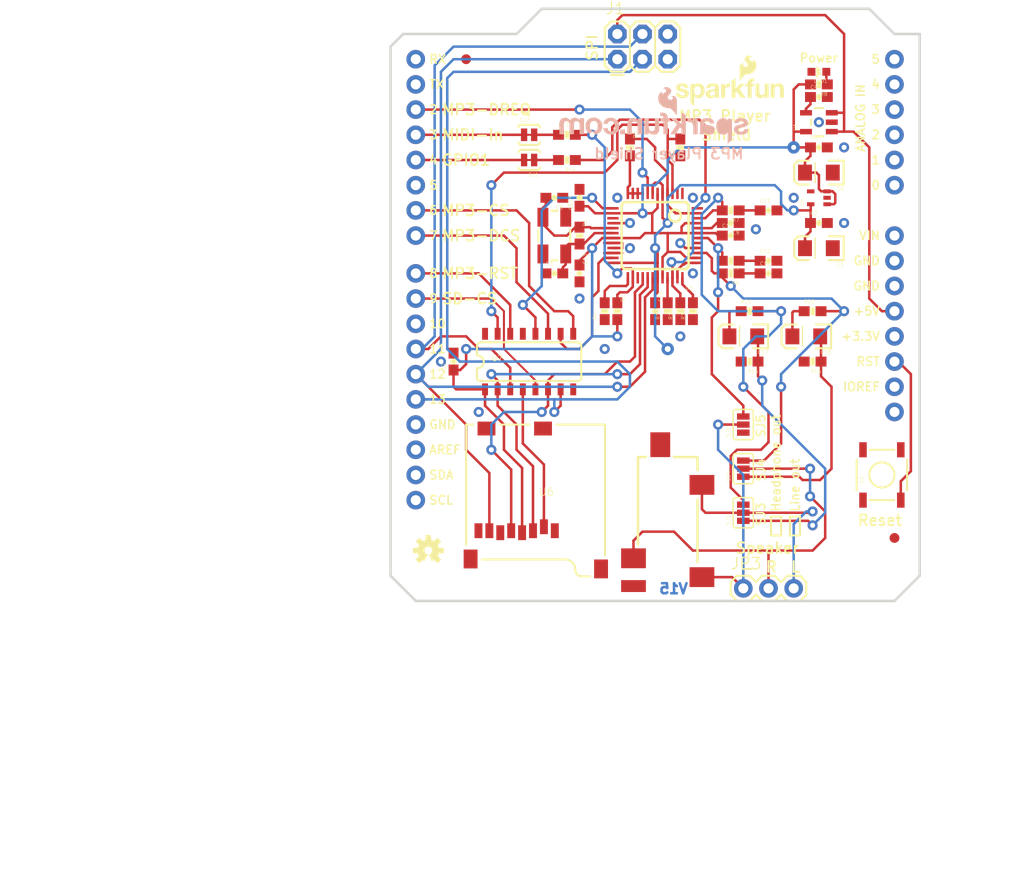
<source format=kicad_pcb>
(kicad_pcb (version 20211014) (generator pcbnew)
  (layers (0 "F.Cu" signal) (31 "B.Cu" signal) (34 "B.Paste" user) (35 "F.Paste" user) (36 "B.SilkS" user "B.Silkscreen") (37 "F.SilkS" user "F.Silkscreen") (38 "B.Mask" user) (39 "F.Mask" user) (44 "Edge.Cuts" user))
  (net 0 "")
  (net 1 "GND")
  (net 2 "VCC")
  (net 3 "N$6")
  (net 4 "N$9")
  (net 5 "N$10")
  (net 6 "MIDI-RX")
  (net 7 "LEFT")
  (net 8 "RIGHT")
  (net 9 "GBUF")
  (net 10 "RCAP")
  (net 11 "GPIO0")
  (net 12 "GPIO1")
  (net 13 "N$2")
  (net 14 "N$5")
  (net 15 "N$3")
  (net 16 "3.3V")
  (net 17 "1.8V")
  (net 18 "ARST")
  (net 19 "N$70")
  (net 20 "G1")
  (net 21 "G2")
  (net 22 "GPIO4")
  (net 23 "5V-MIDI-RX")
  (net 24 "N$8")
  (net 25 "SD-CS")
  (net 26 "MOSI")
  (net 27 "SCK")
  (net 28 "MISO")
  (net 29 "5V-MOSI")
  (net 30 "5V-SD-CS")
  (net 31 "5V-MP3-CS")
  (net 32 "5V-MP3-DCS")
  (net 33 "5V-SCK")
  (net 34 "MP3-CS")
  (net 35 "MP3-DCS")
  (net 36 "5V-MP3-RST")
  (net 37 "MP3-RST")
  (net 38 "N$4")
  (net 39 "MP3-DREQ")
  (net 40 "5V-GPIO1")
  (net 41 "SPKR-R")
  (net 42 "SPKR-L")
  (net 43 "N$17")
  (net 44 "N$19")
  (net 45 "N$12")
  (net 46 "N$13")
  (net 47 "N$14")
  (footprint "boardEagle:LED-0603" (layer "F.Cu") (at 165.0111 81.5086 90)
    (fp_text reference "LED1")
    (fp_text value "Power")
  )
  (footprint "boardEagle:0603-CAP" (layer "F.Cu") (at 148.5011 105.6386 -90)
    (fp_text reference "C16")
    (fp_text value "0.1uF")
  )
  (footprint "boardEagle:0603-RES" (layer "F.Cu") (at 140.8811 98.0186 -90)
    (fp_text reference "R1")
    (fp_text value "1M")
  )
  (footprint "boardEagle:SOT23-5" (layer "F.Cu") (at 165.0111 86.5886 90)
    (fp_text reference "U1")
    (fp_text value "3.3V")
  )
  (footprint "boardEagle:MICRO-SD-SOCKET-PP" (layer "F.Cu") (at 129.4511 117.0686 180)
    (fp_text reference "U6")
    (fp_text value "USD-SOCKET")
  )
  (footprint "boardEagle:LQFP-48" (layer "F.Cu") (at 148.5011 98.0186 180)
    (fp_text reference "U3")
    (fp_text value "VS1053")
  )
  (footprint "boardEagle:0603-CAP" (layer "F.Cu") (at 165.0111 89.1286)
    (fp_text reference "C5")
    (fp_text value "0.1uF")
  )
  (footprint "boardEagle:PAD-JUMPER-3-2OF3_NC_BY_PASTE_YES_SILK_FULL_BOX" (layer "F.Cu") (at 157.3911 121.5136 90)
    (fp_text reference "SJ4")
    (fp_text value "AC Coupling R")
  )
  (footprint "boardEagle:EIA3216" (layer "F.Cu") (at 157.3911 108.1786 180)
    (fp_text reference "C17")
    (fp_text value "10uF")
  )
  (footprint "boardEagle:0603-RES" (layer "F.Cu") (at 139.6111 87.8586)
    (fp_text reference "R13")
    (fp_text value "1K")
  )
  (footprint "boardEagle:CREATIVE_COMMONS" (layer "F.Cu") (at 102.7811 158.9786)
    (fp_text reference "FRAME1" hide)
    (fp_text value "FRAME-LEDGER" hide)
  )
  (footprint "boardEagle:TACTILE_SWITCH_SMD" (layer "F.Cu") (at 171.3611 122.1486 90)
    (fp_text reference "S2")
    (fp_text value "Reset")
  )
  (footprint "boardEagle:SJ_2S-TRACE" (layer "F.Cu") (at 135.8011 87.8586)
    (fp_text reference "SJ2")
    (fp_text value "NC")
  )
  (footprint "boardEagle:0603-RES" (layer "F.Cu") (at 149.7711 105.6386 90)
    (fp_text reference "R11")
    (fp_text value "100k")
  )
  (footprint "boardEagle:EIA3216" (layer "F.Cu") (at 165.0111 99.2886 180)
    (fp_text reference "C1")
    (fp_text value "10uF")
  )
  (footprint "boardEagle:SJ_2S-TRACE" (layer "F.Cu") (at 135.8011 90.3986 180)
    (fp_text reference "SJ1")
    (fp_text value "NC")
  )
  (footprint "boardEagle:CRYSTAL-SMD-5X3" (layer "F.Cu") (at 138.3411 98.0186 -90)
    (fp_text reference "Q1")
    (fp_text value "12.288MHz")
  )
  (footprint "boardEagle:0603-CAP" (layer "F.Cu") (at 159.9311 95.4786)
    (fp_text reference "C11")
    (fp_text value "10nF")
  )
  (footprint "boardEagle:0603-CAP" (layer "F.Cu") (at 159.9311 100.5586)
    (fp_text reference "C12")
    (fp_text value "47nF")
  )
  (footprint "boardEagle:1X03" (layer "F.Cu") (at 157.3911 133.5786)
    (fp_text reference "JP3")
    (fp_text value "Optional")
  )
  (footprint "boardEagle:AUDIO-JACK-3.5MM-SMD" (layer "F.Cu") (at 149.7711 134.8486 90)
    (fp_text reference "JP1" hide)
    (fp_text value "" hide)
  )
  (footprint "boardEagle:0603-RES" (layer "F.Cu") (at 151.0411 105.6386 90)
    (fp_text reference "R10")
    (fp_text value "100k")
  )
  (footprint "boardEagle:0603-RES" (layer "F.Cu") (at 158.0261 110.7186 180)
    (fp_text reference "R15")
    (fp_text value "10K")
  )
  (footprint "boardEagle:0603-CAP" (layer "F.Cu") (at 138.3411 94.2086 180)
    (fp_text reference "C8")
    (fp_text value "22pF")
  )
  (footprint "boardEagle:0603-RES" (layer "F.Cu") (at 145.9611 89.1286 -90)
    (fp_text reference "R3")
    (fp_text value "100k")
  )
  (footprint "boardEagle:0603-CAP" (layer "F.Cu") (at 165.0111 96.7486)
    (fp_text reference "C2")
    (fp_text value "0.1uF")
  )
  (footprint "boardEagle:0603-RES" (layer "F.Cu") (at 165.0111 82.7786 180)
    (fp_text reference "R8")
    (fp_text value "330")
  )
  (footprint "boardEagle:SFE_LOGO_NAME_FLAME_.1" (layer "F.Cu") (at 150.1521 85.0646)
    (fp_text reference "LOGO2" hide)
    (fp_text value "SFE_LOGO_NAME_FLAME.1_INCH" hide)
  )
  (footprint "boardEagle:0603-RES" (layer "F.Cu") (at 151.0411 89.1286 90)
    (fp_text reference "R5")
    (fp_text value "100k")
  )
  (footprint "boardEagle:0603-RES" (layer "F.Cu") (at 143.4211 105.6386 90)
    (fp_text reference "R4")
    (fp_text value "100k")
  )
  (footprint "boardEagle:0603-CAP" (layer "F.Cu") (at 156.1211 98.0186)
    (fp_text reference "C15")
    (fp_text value "0.1uF")
  )
  (footprint "boardEagle:FIDUCIAL-1X2" (layer "F.Cu") (at 129.4511 80.2386)
    (fp_text reference "U$4" hide)
    (fp_text value "FIDUCIAL1X2" hide)
  )
  (footprint "boardEagle:0603-CAP" (layer "F.Cu") (at 138.3411 101.8286)
    (fp_text reference "C3")
    (fp_text value "22pF")
  )
  (footprint "boardEagle:0603-RES" (layer "F.Cu") (at 144.6911 105.6386 -90)
    (fp_text reference "R2")
    (fp_text value "100k")
  )
  (footprint "boardEagle:0603-RES" (layer "F.Cu") (at 158.0261 105.6386)
    (fp_text reference "R21")
    (fp_text value "470")
  )
  (footprint "boardEagle:0603-RES" (layer "F.Cu") (at 156.1211 101.8286 180)
    (fp_text reference "R6")
    (fp_text value "20")
  )
  (footprint "boardEagle:0603-RES" (layer "F.Cu") (at 164.3761 105.6386)
    (fp_text reference "R22")
    (fp_text value "470")
  )
  (footprint "boardEagle:SC70" (layer "F.Cu") (at 165.0111 94.2086 90)
    (fp_text reference "U4")
    (fp_text value "1.8V")
  )
  (footprint "boardEagle:0603-RES" (layer "F.Cu") (at 164.3761 110.7186 180)
    (fp_text reference "R16")
    (fp_text value "10K")
  )
  (footprint "boardEagle:EIA3216" (layer "F.Cu") (at 165.0111 91.6686 180)
    (fp_text reference "C6")
    (fp_text value "10uF")
  )
  (footprint "boardEagle:0603-RES" (layer "F.Cu") (at 156.1211 100.5586 180)
    (fp_text reference "R9")
    (fp_text value "10")
  )
  (footprint "boardEagle:PAD-JUMPER-3-2OF3_NC_BY_PASTE_YES_SILK_FULL_BOX" (layer "F.Cu") (at 157.3911 117.0686 90)
    (fp_text reference "SJ5")
    (fp_text value "AC Coupling Gnd")
  )
  (footprint "boardEagle:SO016" (layer "F.Cu") (at 135.8011 110.7186)
    (fp_text reference "U7")
    (fp_text value "74HC4050 LVL CONVERTER")
  )
  (footprint "boardEagle:0603-RES" (layer "F.Cu") (at 152.3111 105.6386 90)
    (fp_text reference "R12")
    (fp_text value "100k")
  )
  (footprint "boardEagle:REVISION" (layer "F.Cu") (at 114.2111 162.7886)
    (fp_text reference "U$1" hide)
    (fp_text value "REVISION" hide)
  )
  (footprint "boardEagle:0603-CAP" (layer "F.Cu") (at 156.1211 96.7486 180)
    (fp_text reference "C9")
    (fp_text value "1.0uF")
  )
  (footprint "boardEagle:PAD-JUMPER-3-2OF3_NC_BY_PASTE_YES_SILK_FULL_BOX" (layer "F.Cu") (at 157.3911 125.9586 90)
    (fp_text reference "SJ3")
    (fp_text value "AC Coupling L")
  )
  (footprint "boardEagle:0603-CAP" (layer "F.Cu") (at 165.0111 84.0486)
    (fp_text reference "C4")
    (fp_text value "470pF")
  )
  (footprint "boardEagle:0603-CAP" (layer "F.Cu") (at 140.8811 94.2086 90)
    (fp_text reference "C14")
    (fp_text value "0.1uF")
  )
  (footprint "boardEagle:EIA3216" (layer "F.Cu") (at 163.7411 108.1786 180)
    (fp_text reference "C18")
    (fp_text value "10uF")
  )
  (footprint "boardEagle:0603-RES" (layer "F.Cu") (at 139.6111 90.3986 180)
    (fp_text reference "R14")
    (fp_text value "1K")
  )
  (footprint "boardEagle:0603-CAP" (layer "F.Cu") (at 128.1811 110.7186 90)
    (fp_text reference "C7")
    (fp_text value "0.1uF")
  )
  (footprint "boardEagle:2X3" (layer "F.Cu") (at 144.6911 80.2386)
    (fp_text reference "J1")
    (fp_text value "ISP/SPI")
  )
  (footprint "boardEagle:UNO_R3_SHIELD" (layer "F.Cu") (at 121.8311 134.8486)
    (fp_text reference "U2" hide)
    (fp_text value "ARDUINO_R3_SHIELD" hide)
  )
  (footprint "boardEagle:0603-CAP" (layer "F.Cu") (at 159.9311 101.8286)
    (fp_text reference "C10")
    (fp_text value "10nF")
  )
  (footprint "boardEagle:0603-CAP" (layer "F.Cu") (at 140.8811 101.8286 -90)
    (fp_text reference "C13")
    (fp_text value "0.1uF")
  )
  (footprint "boardEagle:0603-RES" (layer "F.Cu") (at 156.1211 95.4786 180)
    (fp_text reference "R7")
    (fp_text value "20")
  )
  (footprint "boardEagle:OSHW-LOGO-S" (layer "F.Cu") (at 125.6411 129.7686)
    (fp_text reference "LOGO1" hide)
    (fp_text value "OSHW-LOGOS" hide)
  )
  (footprint "boardEagle:FIDUCIAL-1X2" (layer "F.Cu") (at 172.6311 128.4986)
    (fp_text reference "U$5" hide)
    (fp_text value "FIDUCIAL1X2" hide)
  )
  (footprint "boardEagle:SFE-NEW-WEBLOGO" (layer "B.Cu") (at 157.8991 88.7476 180)
    (fp_text reference "U$8" hide)
    (fp_text value "LOGO-SFENEW" hide)
  )
  (footprint "boardEagle:PAD.03X.05" (layer "B.Cu") (at 149.7711 109.4486 180)
    (fp_text reference "TP2" hide)
    (fp_text value "" hide)
  )
  (footprint "boardEagle:PAD.03X.05" (layer "B.Cu") (at 162.4711 89.1286 180)
    (fp_text reference "TP1" hide)
    (fp_text value "" hide)
  )
  (gr_line (start 162.0901 126.3396) (end 162.0901 128.2446) (layer "F.SilkS") (width 0.2032))
  (gr_line (start 161.2011 126.3396) (end 160.1851 126.3396) (layer "F.SilkS") (width 0.2032))
  (gr_line (start 163.1061 126.3396) (end 162.0901 126.3396) (layer "F.SilkS") (width 0.2032))
  (gr_line (start 161.2011 128.2446) (end 161.2011 126.3396) (layer "F.SilkS") (width 0.2032))
  (gr_line (start 160.1851 126.3396) (end 160.1851 128.2446) (layer "F.SilkS") (width 0.2032))
  (gr_line (start 160.1851 128.2446) (end 161.2011 128.2446) (layer "F.SilkS") (width 0.2032))
  (gr_line (start 163.1061 128.2446) (end 163.1061 126.3396) (layer "F.SilkS") (width 0.2032))
  (gr_line (start 162.0901 128.2446) (end 163.1061 128.2446) (layer "F.SilkS") (width 0.2032))
  (gr_line (start 121.8311 132.3086) (end 121.8311 78.9686) (layer "Edge.Cuts") (width 0.254))
  (gr_line (start 175.1711 77.6986) (end 175.1711 132.3086) (layer "Edge.Cuts") (width 0.254))
  (gr_line (start 175.1711 132.3086) (end 172.6311 134.8486) (layer "Edge.Cuts") (width 0.254))
  (gr_line (start 172.6311 134.8486) (end 124.3711 134.8486) (layer "Edge.Cuts") (width 0.254))
  (gr_line (start 170.0911 75.1586) (end 172.6311 77.6986) (layer "Edge.Cuts") (width 0.254))
  (gr_line (start 134.5311 77.6986) (end 137.0711 75.1586) (layer "Edge.Cuts") (width 0.254))
  (gr_line (start 124.3711 134.8486) (end 121.8311 132.3086) (layer "Edge.Cuts") (width 0.254))
  (gr_line (start 137.0711 75.1586) (end 170.0911 75.1586) (layer "Edge.Cuts") (width 0.254))
  (gr_line (start 172.6311 77.6986) (end 175.1711 77.6986) (layer "Edge.Cuts") (width 0.254))
  (gr_line (start 123.1011 77.6986) (end 134.5311 77.6986) (layer "Edge.Cuts") (width 0.254))
  (gr_line (start 121.8311 78.9686) (end 123.1011 77.6986) (layer "Edge.Cuts") (width 0.254))
  (gr_text "V15" (at 151.9301 134.2136) (layer "B.Cu") (effects (font (size 1.016 1.016) (thickness 0.254)) (justify left bottom mirror)))
  (gr_text "MP3 Player Shield" (at 157.5181 90.3986) (layer "B.SilkS") (effects (font (size 1.0795 1.0795) (thickness 0.1905)) (justify left bottom mirror)))
  (gr_text "SD-CS" (at 126.9111 105.0036) (layer "F.SilkS") (effects (font (size 1.0795 1.0795) (thickness 0.1905)) (justify left bottom)))
  (gr_text "MP3-DCS" (at 126.9111 98.6536) (layer "F.SilkS") (effects (font (size 1.0795 1.0795) (thickness 0.1905)) (justify left bottom)))
  (gr_text "Power" (at 162.9791 80.6196) (layer "F.SilkS") (effects (font (size 0.8636 0.8636) (thickness 0.1524)) (justify left bottom)))
  (gr_text "SPI" (at 142.7861 80.4926 90) (layer "F.SilkS") (effects (font (size 1.0795 1.0795) (thickness 0.1905)) (justify left bottom)))
  (gr_text "SJ3" (at 158.6611 126.0856 90) (layer "F.SilkS") (effects (font (size 0.8636 0.8636) (thickness 0.1524)) (justify top)))
  (gr_text "Shield" (at 153.0731 88.4936) (layer "F.SilkS") (effects (font (size 1.0795 1.0795) (thickness 0.1905)) (justify left bottom)))
  (gr_text "MP3-CS" (at 126.9111 96.1136) (layer "F.SilkS") (effects (font (size 1.0795 1.0795) (thickness 0.1905)) (justify left bottom)))
  (gr_text "L" (at 162.0901 132.0546) (layer "F.SilkS") (effects (font (size 1.0795 1.0795) (thickness 0.1905)) (justify left bottom)))
  (gr_text "Speaker" (at 156.5021 130.1496) (layer "F.SilkS") (effects (font (size 1.0795 1.0795) (thickness 0.1905)) (justify left bottom)))
  (gr_text "GPIO1" (at 126.9111 91.0336) (layer "F.SilkS") (effects (font (size 1.0795 1.0795) (thickness 0.1905)) (justify left bottom)))
  (gr_text "MIDI-In" (at 126.9111 88.4936) (layer "F.SilkS") (effects (font (size 1.0795 1.0795) (thickness 0.1905)) (justify left bottom)))
  (gr_text "R" (at 159.5501 132.0546) (layer "F.SilkS") (effects (font (size 1.0795 1.0795) (thickness 0.1905)) (justify left bottom)))
  (gr_text "Line out" (at 162.0901 125.9586 90) (layer "F.SilkS") (effects (font (size 0.8636 0.8636) (thickness 0.1524)) (justify left top)))
  (gr_text "Headphone out" (at 160.1851 125.9586 90) (layer "F.SilkS") (effects (font (size 0.8636 0.8636) (thickness 0.1524)) (justify left top)))
  (gr_text "MP3 Player" (at 150.7871 86.5886) (layer "F.SilkS") (effects (font (size 1.0795 1.0795) (thickness 0.1905)) (justify left bottom)))
  (gr_text "-" (at 157.0101 132.1816) (layer "F.SilkS") (effects (font (size 1.0795 1.0795) (thickness 0.1905)) (justify left bottom)))
  (gr_text "SJ4" (at 158.6611 121.6406 90) (layer "F.SilkS") (effects (font (size 0.8636 0.8636) (thickness 0.1524)) (justify top)))
  (gr_text "Reset" (at 168.8211 127.3556) (layer "F.SilkS") (effects (font (size 1.0795 1.0795) (thickness 0.1905)) (justify left bottom)))
  (gr_text "SJ5" (at 158.6611 117.1956 90) (layer "F.SilkS") (effects (font (size 0.8636 0.8636) (thickness 0.1524)) (justify top)))
  (gr_text "MP3-RST" (at 126.9111 102.4636) (layer "F.SilkS") (effects (font (size 1.0795 1.0795) (thickness 0.1905)) (justify left bottom)))
  (gr_text "MP3-DREQ" (at 126.9111 85.9536) (layer "F.SilkS") (effects (font (size 1.0795 1.0795) (thickness 0.1905)) (justify left bottom)))
  (segment (start 147.6511 88.2786) (end 148.5011 89.1286) (width 0.254) (layer "F.Cu") (net 1))
  (segment (start 145.9611 88.2786) (end 147.6511 88.2786) (width 0.254) (layer "F.Cu") (net 1))
  (segment (start 152.7511 99.2686) (end 151.5491 99.2686) (width 0.254) (layer "F.Cu") (net 1))
  (segment (start 152.7511 100.7686) (end 151.5931 100.7686) (width 0.254) (layer "F.Cu") (net 1))
  (segment (start 145.1791 99.2686) (end 145.1791 98.7606) (width 0.254) (layer "F.Cu") (net 1))
  (segment (start 145.1791 98.7606) (end 143.3621 98.7606) (width 0.254) (layer "F.Cu") (net 1))
  (segment (start 144.2511 96.7686) (end 145.9411 96.7686) (width 0.254) (layer "F.Cu") (net 1))
  (segment (start 143.3621 99.7766) (end 145.1791 99.7766) (width 0.254) (layer "F.Cu") (net 1))
  (segment (start 144.2511 99.2686) (end 145.1791 99.2686) (width 0.254) (layer "F.Cu") (net 1))
  (segment (start 151.0611 98.7806) (end 151.5491 99.2686) (width 0.254) (layer "F.Cu") (net 1))
  (segment (start 149.7511 93.7686) (end 149.7511 91.6486) (width 0.254) (layer "F.Cu") (net 1))
  (segment (start 149.7511 94.9506) (end 150.5691 95.7686) (width 0.254) (layer "F.Cu") (net 1))
  (segment (start 149.7511 94.9506) (end 149.7511 93.7686) (width 0.254) (layer "F.Cu") (net 1))
  (segment (start 145.1791 99.2686) (end 145.1991 99.2886) (width 0.254) (layer "F.Cu") (net 1))
  (segment (start 151.5931 100.7686) (end 151.4221 100.9396) (width 0.254) (layer "F.Cu") (net 1))
  (segment (start 151.0411 98.7806) (end 151.0611 98.7806) (width 0.254) (layer "F.Cu") (net 1))
  (segment (start 148.5011 90.3986) (end 148.5011 89.1286) (width 0.254) (layer "F.Cu") (net 1))
  (segment (start 150.7511 102.2686) (end 150.7511 101.4836) (width 0.254) (layer "F.Cu") (net 1))
  (segment (start 150.5691 95.7686) (end 152.7511 95.7686) (width 0.254) (layer "F.Cu") (net 1))
  (segment (start 145.9411 96.7686) (end 145.9611 96.7486) (width 0.254) (layer "F.Cu") (net 1))
  (segment (start 149.7511 91.6486) (end 148.5011 90.3986) (width 0.254) (layer "F.Cu") (net 1))
  (segment (start 150.7511 101.4836) (end 151.4221 100.8126) (width 0.254) (layer "F.Cu") (net 1))
  (via (at 145.9611 99.2886) (size 1.016) (drill 0.508) (layers "F.Cu" "B.Cu") (net 1))
  (via (at 158.6611 97.3836) (size 1.016) (drill 0.508) (layers "F.Cu" "B.Cu") (net 1))
  (via (at 143.4211 109.4486) (size 1.016) (drill 0.508) (layers "F.Cu" "B.Cu") (net 1))
  (via (at 151.0411 108.1786) (size 1.016) (drill 0.508) (layers "F.Cu" "B.Cu") (net 1))
  (via (at 167.5511 96.7486) (size 1.016) (drill 0.508) (layers "F.Cu" "B.Cu") (net 1))
  (via (at 162.4711 94.2086) (size 1.016) (drill 0.508) (layers "F.Cu" "B.Cu") (net 1))
  (via (at 152.3111 101.8286) (size 1.016) (drill 0.508) (layers "F.Cu" "B.Cu") (net 1))
  (via (at 151.0411 98.7806) (size 1.016) (drill 0.508) (layers "F.Cu" "B.Cu") (net 1))
  (via (at 165.0111 86.5886) (size 1.016) (drill 0.508) (layers "F.Cu" "B.Cu") (net 1))
  (via (at 140.8811 104.3686) (size 1.016) (drill 0.508) (layers "F.Cu" "B.Cu") (net 1))
  (via (at 130.7211 115.7986) (size 1.016) (drill 0.508) (layers "F.Cu" "B.Cu") (net 1))
  (via (at 152.3111 94.2086) (size 1.016) (drill 0.508) (layers "F.Cu" "B.Cu") (net 1))
  (via (at 145.9611 96.7486) (size 1.016) (drill 0.508) (layers "F.Cu" "B.Cu") (net 1))
  (via (at 167.5511 89.1286) (size 1.016) (drill 0.508) (layers "F.Cu" "B.Cu") (net 1))
  (via (at 144.6911 94.2086) (size 1.016) (drill 0.508) (layers "F.Cu" "B.Cu") (net 1))
  (via (at 126.9111 110.7186) (size 1.016) (drill 0.508) (layers "F.Cu" "B.Cu") (net 1))
  (segment (start 170.0911 89.1286) (end 168.5011 87.5386) (width 0.254) (layer "F.Cu") (net 2))
  (segment (start 165.6461 75.7936) (end 167.5511 77.6986) (width 0.254) (layer "F.Cu") (net 2))
  (segment (start 144.6911 77.6986) (end 144.6911 76.3016) (width 0.254) (layer "F.Cu") (net 2))
  (segment (start 170.0911 104.3686) (end 170.0911 89.1286) (width 0.254) (layer "F.Cu") (net 2))
  (segment (start 145.1991 75.7936) (end 165.6461 75.7936) (width 0.254) (layer "F.Cu") (net 2))
  (segment (start 166.3112 87.5386) (end 167.5511 87.5386) (width 0.254) (layer "F.Cu") (net 2))
  (segment (start 167.5511 87.5386) (end 168.5011 87.5386) (width 0.254) (layer "F.Cu") (net 2))
  (segment (start 171.3611 105.6386) (end 170.0911 104.3686) (width 0.254) (layer "F.Cu") (net 2))
  (segment (start 144.6911 76.3016) (end 145.1991 75.7936) (width 0.254) (layer "F.Cu") (net 2))
  (segment (start 167.4851 85.6386) (end 167.5511 85.5726) (width 0.254) (layer "F.Cu") (net 2))
  (segment (start 171.3611 105.6386) (end 172.6311 105.6386) (width 0.254) (layer "F.Cu") (net 2))
  (segment (start 167.5511 85.5726) (end 167.5511 87.5386) (width 0.254) (layer "F.Cu") (net 2))
  (segment (start 166.3112 85.6386) (end 167.4851 85.6386) (width 0.254) (layer "F.Cu") (net 2))
  (segment (start 167.5511 77.6986) (end 167.5511 85.5726) (width 0.254) (layer "F.Cu") (net 2))
  (segment (start 165.7611 82.6786) (end 165.8611 82.7786) (width 0.254) (layer "F.Cu") (net 3))
  (segment (start 165.7611 81.5086) (end 165.7611 82.6786) (width 0.254) (layer "F.Cu") (net 3))
  (segment (start 140.8811 98.8686) (end 141.3011 98.8686) (width 0.254) (layer "F.Cu") (net 4))
  (segment (start 139.1911 101.2326) (end 139.4911 100.9326) (width 0.254) (layer "F.Cu") (net 4))
  (segment (start 141.3011 98.8686) (end 142.4011 97.7686) (width 0.254) (layer "F.Cu") (net 4))
  (segment (start 140.8811 98.8686) (end 139.7771 98.8686) (width 0.254) (layer "F.Cu") (net 4))
  (segment (start 139.4911 99.8686) (end 139.4911 99.1546) (width 0.254) (layer "F.Cu") (net 4))
  (segment (start 139.7771 98.8686) (end 139.4911 99.1546) (width 0.254) (layer "F.Cu") (net 4))
  (segment (start 139.4911 99.8686) (end 139.4911 100.9326) (width 0.254) (layer "F.Cu") (net 4))
  (segment (start 139.1911 101.8286) (end 139.1911 101.2326) (width 0.254) (layer "F.Cu") (net 4))
  (segment (start 144.2511 97.7686) (end 142.4011 97.7686) (width 0.254) (layer "F.Cu") (net 4))
  (segment (start 139.6111 98.0186) (end 138.3411 98.0186) (width 0.254) (layer "F.Cu") (net 5))
  (segment (start 140.8811 97.1686) (end 141.9361 97.1686) (width 0.254) (layer "F.Cu") (net 5))
  (segment (start 137.1911 96.1686) (end 137.1911 96.8686) (width 0.254) (layer "F.Cu") (net 5))
  (segment (start 137.1911 96.8686) (end 138.3411 98.0186) (width 0.254) (layer "F.Cu") (net 5))
  (segment (start 137.4911 94.2086) (end 137.4911 94.9316) (width 0.254) (layer "F.Cu") (net 5))
  (segment (start 137.1911 96.1686) (end 137.1911 95.2316) (width 0.254) (layer "F.Cu") (net 5))
  (segment (start 144.2511 97.2686) (end 142.0361 97.2686) (width 0.254) (layer "F.Cu") (net 5))
  (segment (start 137.1911 95.2316) (end 137.4911 94.9316) (width 0.254) (layer "F.Cu") (net 5))
  (segment (start 140.8811 97.1686) (end 140.4611 97.1686) (width 0.254) (layer "F.Cu") (net 5))
  (segment (start 140.4611 97.1686) (end 139.6111 98.0186) (width 0.254) (layer "F.Cu") (net 5))
  (segment (start 141.9361 97.1686) (end 142.0361 97.2686) (width 0.254) (layer "F.Cu") (net 5))
  (segment (start 146.2511 102.2686) (end 146.2511 101.4836) (width 0.254) (layer "F.Cu") (net 6))
  (segment (start 145.7071 103.7336) (end 144.9451 103.7336) (width 0.254) (layer "F.Cu") (net 6))
  (segment (start 140.4611 87.8586) (end 142.1511 87.8586) (width 0.254) (layer "F.Cu") (net 6))
  (segment (start 145.1991 101.3206) (end 144.6911 101.8286) (width 0.254) (layer "F.Cu") (net 6))
  (segment (start 144.6911 103.9876) (end 144.6911 104.7886) (width 0.254) (layer "F.Cu") (net 6))
  (segment (start 146.2511 102.2686) (end 146.2511 103.1896) (width 0.254) (layer "F.Cu") (net 6))
  (segment (start 144.9451 103.7336) (end 144.6911 103.9876) (width 0.254) (layer "F.Cu") (net 6))
  (segment (start 146.2511 101.4836) (end 146.0881 101.3206) (width 0.254) (layer "F.Cu") (net 6))
  (segment (start 146.2511 103.1896) (end 145.7071 103.7336) (width 0.254) (layer "F.Cu") (net 6))
  (segment (start 146.0881 101.3206) (end 145.1991 101.3206) (width 0.254) (layer "F.Cu") (net 6))
  (via (at 144.6911 101.8286) (size 1.016) (drill 0.508) (layers "F.Cu" "B.Cu") (net 6))
  (via (at 142.1511 87.8586) (size 1.016) (drill 0.508) (layers "F.Cu" "B.Cu") (net 6))
  (segment (start 143.4211 89.1286) (end 142.1511 87.8586) (width 0.254) (layer "B.Cu") (net 6))
  (segment (start 143.4211 100.5586) (end 143.4211 89.1286) (width 0.254) (layer "B.Cu") (net 6))
  (segment (start 144.6911 101.8286) (end 143.4211 100.5586) (width 0.254) (layer "B.Cu") (net 6))
  (segment (start 159.9311 115.7986) (end 157.3911 113.2586) (width 0.254) (layer "F.Cu") (net 7))
  (segment (start 156.7561 119.6086) (end 159.1691 119.6086) (width 0.254) (layer "F.Cu") (net 7))
  (segment (start 153.5531 96.2686) (end 154.3431 95.4786) (width 0.254) (layer "F.Cu") (net 7))
  (segment (start 155.2711 94.6286) (end 154.8511 94.2086) (width 0.254) (layer "F.Cu") (net 7))
  (segment (start 159.9311 118.8466) (end 159.9311 115.7986) (width 0.254) (layer "F.Cu") (net 7))
  (segment (start 159.1691 119.6086) (end 159.9311 118.8466) (width 0.254) (layer "F.Cu") (net 7))
  (segment (start 152.7511 96.2686) (end 153.5531 96.2686) (width 0.254) (layer "F.Cu") (net 7))
  (segment (start 157.3911 124.6886) (end 156.1211 123.4186) (width 0.254) (layer "F.Cu") (net 7))
  (segment (start 154.3431 95.4786) (end 155.2711 95.4786) (width 0.254) (layer "F.Cu") (net 7))
  (segment (start 156.1211 120.2436) (end 156.7561 119.6086) (width 0.254) (layer "F.Cu") (net 7))
  (segment (start 155.2711 95.4786) (end 155.2711 94.6286) (width 0.254) (layer "F.Cu") (net 7))
  (segment (start 156.1211 123.4186) (end 156.1211 120.2436) (width 0.254) (layer "F.Cu") (net 7))
  (segment (start 157.3911 125.1458) (end 157.3911 124.6886) (width 0.254) (layer "F.Cu") (net 7))
  (segment (start 161.2011 105.6386) (end 158.8761 105.6386) (width 0.254) (layer "F.Cu") (net 7))
  (via (at 154.8511 94.2086) (size 1.016) (drill 0.508) (layers "F.Cu" "B.Cu") (net 7))
  (via (at 161.2011 105.6386) (size 1.016) (drill 0.508) (layers "F.Cu" "B.Cu") (net 7))
  (via (at 157.3911 113.2586) (size 1.016) (drill 0.508) (layers "F.Cu" "B.Cu") (net 7))
  (segment (start 159.9311 108.1786) (end 161.2011 106.9086) (width 0.254) (layer "B.Cu") (net 7))
  (segment (start 153.2001 95.8596) (end 154.8511 94.2086) (width 0.254) (layer "B.Cu") (net 7))
  (segment (start 161.2011 106.9086) (end 161.2011 105.6386) (width 0.254) (layer "B.Cu") (net 7))
  (segment (start 157.3911 109.4486) (end 158.6611 108.1786) (width 0.254) (layer "B.Cu") (net 7))
  (segment (start 157.3911 113.2586) (end 157.3911 109.4486) (width 0.254) (layer "B.Cu") (net 7))
  (segment (start 153.2001 103.9876) (end 154.8511 105.6386) (width 0.254) (layer "B.Cu") (net 7))
  (segment (start 158.6611 108.1786) (end 159.9311 108.1786) (width 0.254) (layer "B.Cu") (net 7))
  (segment (start 153.2001 103.9876) (end 153.2001 95.8596) (width 0.254) (layer "B.Cu") (net 7))
  (segment (start 154.8511 105.6386) (end 161.2011 105.6386) (width 0.254) (layer "B.Cu") (net 7))
  (segment (start 157.3911 120.7008) (end 159.4739 120.7008) (width 0.254) (layer "F.Cu") (net 8))
  (segment (start 154.2161 101.5746) (end 154.4701 101.8286) (width 0.254) (layer "F.Cu") (net 8))
  (segment (start 152.7511 99.7686) (end 153.6801 99.7686) (width 0.254) (layer "F.Cu") (net 8))
  (segment (start 154.4701 101.8286) (end 155.2711 101.8286) (width 0.254) (layer "F.Cu") (net 8))
  (segment (start 154.2161 100.3046) (end 154.2161 101.5746) (width 0.254) (layer "F.Cu") (net 8))
  (segment (start 161.2011 118.9736) (end 161.2011 113.2586) (width 0.254) (layer "F.Cu") (net 8))
  (segment (start 167.5511 105.6386) (end 165.2261 105.6386) (width 0.254) (layer "F.Cu") (net 8))
  (segment (start 159.4739 120.7008) (end 161.2011 118.9736) (width 0.254) (layer "F.Cu") (net 8))
  (segment (start 155.2711 102.2486) (end 156.1211 103.0986) (width 0.254) (layer "F.Cu") (net 8))
  (segment (start 154.2161 100.3046) (end 153.6801 99.7686) (width 0.254) (layer "F.Cu") (net 8))
  (segment (start 155.2711 101.8286) (end 155.2711 102.2486) (width 0.254) (layer "F.Cu") (net 8))
  (via (at 161.2011 113.2586) (size 1.016) (drill 0.508) (layers "F.Cu" "B.Cu") (net 8))
  (via (at 167.5511 105.6386) (size 1.016) (drill 0.508) (layers "F.Cu" "B.Cu") (net 8))
  (via (at 156.1211 103.0986) (size 1.016) (drill 0.508) (layers "F.Cu" "B.Cu") (net 8))
  (segment (start 161.2011 111.9886) (end 167.5511 105.6386) (width 0.254) (layer "B.Cu") (net 8))
  (segment (start 156.1211 103.0986) (end 157.3911 104.3686) (width 0.254) (layer "B.Cu") (net 8))
  (segment (start 166.2811 104.3686) (end 167.5511 105.6386) (width 0.254) (layer "B.Cu") (net 8))
  (segment (start 161.2011 113.2586) (end 161.2011 111.9886) (width 0.254) (layer "B.Cu") (net 8))
  (segment (start 157.3911 104.3686) (end 166.2811 104.3686) (width 0.254) (layer "B.Cu") (net 8))
  (segment (start 152.7511 98.2686) (end 153.8311 98.2686) (width 0.254) (layer "F.Cu") (net 9))
  (segment (start 154.8511 103.7336) (end 154.8511 105.6386) (width 0.254) (layer "F.Cu") (net 9))
  (segment (start 157.3911 116.2558) (end 157.3911 115.1636) (width 0.254) (layer "F.Cu") (net 9))
  (segment (start 154.2161 106.2736) (end 154.2161 111.9886) (width 0.254) (layer "F.Cu") (net 9))
  (segment (start 155.2711 99.7086) (end 154.8511 99.2886) (width 0.254) (layer "F.Cu") (net 9))
  (segment (start 153.8311 98.2686) (end 154.8511 99.2886) (width 0.254) (layer "F.Cu") (net 9))
  (segment (start 155.2711 100.5586) (end 155.2711 99.7086) (width 0.254) (layer "F.Cu") (net 9))
  (segment (start 157.3911 115.1636) (end 154.2161 111.9886) (width 0.254) (layer "F.Cu") (net 9))
  (segment (start 154.8511 105.6386) (end 154.2161 106.2736) (width 0.254) (layer "F.Cu") (net 9))
  (via (at 154.8511 103.7336) (size 1.016) (drill 0.508) (layers "F.Cu" "B.Cu") (net 9))
  (via (at 154.8511 99.2886) (size 1.016) (drill 0.508) (layers "F.Cu" "B.Cu") (net 9))
  (segment (start 154.8511 103.7336) (end 154.8511 99.2886) (width 0.254) (layer "B.Cu") (net 9))
  (segment (start 154.7241 96.7486) (end 155.2711 96.7486) (width 0.254) (layer "F.Cu") (net 10))
  (segment (start 152.7511 97.2686) (end 154.2041 97.2686) (width 0.254) (layer "F.Cu") (net 10))
  (segment (start 154.2041 97.2686) (end 154.7241 96.7486) (width 0.254) (layer "F.Cu") (net 10))
  (segment (start 149.7511 104.7686) (end 149.7711 104.7886) (width 0.254) (layer "F.Cu") (net 11))
  (segment (start 149.7511 102.2686) (end 149.7511 104.7686) (width 0.254) (layer "F.Cu") (net 11))
  (segment (start 144.1831 87.0966) (end 144.9451 86.3346) (width 0.254) (layer "F.Cu") (net 12))
  (segment (start 152.9461 86.3346) (end 153.5811 86.9696) (width 0.254) (layer "F.Cu") (net 12))
  (segment (start 150.2511 102.2686) (end 150.2511 103.0706) (width 0.254) (layer "F.Cu") (net 12))
  (segment (start 140.4611 90.3986) (end 143.2941 90.3986) (width 0.254) (layer "F.Cu") (net 12))
  (segment (start 151.0411 103.8606) (end 151.0411 104.7886) (width 0.254) (layer "F.Cu") (net 12))
  (segment (start 150.2511 100.7846) (end 150.1521 100.6856) (width 0.254) (layer "F.Cu") (net 12))
  (segment (start 144.1831 89.5096) (end 144.1831 87.0966) (width 0.254) (layer "F.Cu") (net 12))
  (segment (start 150.2511 103.0706) (end 151.0411 103.8606) (width 0.254) (layer "F.Cu") (net 12))
  (segment (start 150.2511 102.2686) (end 150.2511 100.7846) (width 0.254) (layer "F.Cu") (net 12))
  (segment (start 153.5811 86.9696) (end 153.5811 94.2086) (width 0.254) (layer "F.Cu") (net 12))
  (segment (start 143.2941 90.3986) (end 144.1831 89.5096) (width 0.254) (layer "F.Cu") (net 12))
  (segment (start 144.9451 86.3346) (end 152.9461 86.3346) (width 0.254) (layer "F.Cu") (net 12))
  (via (at 153.5811 94.2086) (size 1.016) (drill 0.508) (layers "F.Cu" "B.Cu") (net 12))
  (via (at 150.1521 100.6856) (size 1.016) (drill 0.508) (layers "F.Cu" "B.Cu") (net 12))
  (segment (start 151.2951 100.6856) (end 152.3111 99.6696) (width 0.254) (layer "B.Cu") (net 12))
  (segment (start 152.3111 95.4786) (end 153.5811 94.2086) (width 0.254) (layer "B.Cu") (net 12))
  (segment (start 150.1521 100.6856) (end 151.2951 100.6856) (width 0.254) (layer "B.Cu") (net 12))
  (segment (start 152.3111 99.6696) (end 152.3111 95.4786) (width 0.254) (layer "B.Cu") (net 12))
  (segment (start 156.9711 100.5586) (end 159.0811 100.5586) (width 0.254) (layer "F.Cu") (net 13))
  (segment (start 156.9711 95.4786) (end 159.0811 95.4786) (width 0.254) (layer "F.Cu") (net 14))
  (segment (start 156.9711 101.8286) (end 159.0811 101.8286) (width 0.254) (layer "F.Cu") (net 15))
  (segment (start 149.2511 100.1896) (end 149.2511 102.2686) (width 0.254) (layer "F.Cu") (net 16))
  (segment (start 165.8361 93.5586) (end 165.2501 93.5586) (width 0.254) (layer "F.Cu") (net 16))
  (segment (start 143.1711 98.2686) (end 144.2511 98.2686) (width 0.254) (layer "F.Cu") (net 16))
  (segment (start 135.0911 121.4386) (end 133.2611 119.6086) (width 0.254) (layer "F.Cu") (net 16))
  (segment (start 164.1611 89.9786) (end 163.6111 90.5286) (width 0.254) (layer "F.Cu") (net 16))
  (segment (start 165.0111 93.3196) (end 165.2501 93.5586) (width 0.254) (layer "F.Cu") (net 16))
  (segment (start 166.5201 94.8586) (end 165.8361 94.8586) (width 0.254) (layer "F.Cu") (net 16))
  (segment (start 166.3931 93.5586) (end 166.6621 93.8276) (width 0.254) (layer "F.Cu") (net 16))
  (segment (start 128.1811 111.5686) (end 128.1811 113.2586) (width 0.254) (layer "F.Cu") (net 16))
  (segment (start 165.8361 93.5586) (end 166.3931 93.5586) (width 0.254) (layer "F.Cu") (net 16))
  (segment (start 152.7511 97.7686) (end 154.6011 97.7686) (width 0.254) (layer "F.Cu") (net 16))
  (segment (start 147.4811 97.7686) (end 148.2471 97.7686) (width 0.254) (layer "F.Cu") (net 16))
  (segment (start 151.1681 97.1296) (end 151.5291 96.7686) (width 0.254) (layer "F.Cu") (net 16))
  (segment (start 162.5321 87.5386) (end 162.4711 87.4776) (width 0.254) (layer "F.Cu") (net 16))
  (segment (start 149.7711 97.7686) (end 149.7711 99.6696) (width 0.254) (layer "F.Cu") (net 16))
  (segment (start 131.3561 115.1636) (end 131.3561 113.5186) (width 0.254) (layer "F.Cu") (net 16))
  (segment (start 148.2111 95.7686) (end 147.2311 95.7686) (width 0.254) (layer "F.Cu") (net 16))
  (segment (start 162.4711 89.1286) (end 162.4711 87.4776) (width 0.254) (layer "F.Cu") (net 16))
  (segment (start 163.711 87.5386) (end 162.5321 87.5386) (width 0.254) (layer "F.Cu") (net 16))
  (segment (start 163.6111 91.6686) (end 164.7571 91.6686) (width 0.254) (layer "F.Cu") (net 16))
  (segment (start 163.6111 91.6686) (end 163.6111 90.5286) (width 0.254) (layer "F.Cu") (net 16))
  (segment (start 166.6621 94.7166) (end 166.5201 94.8586) (width 0.254) (layer "F.Cu") (net 16))
  (segment (start 142.1511 99.2886) (end 140.8811 100.5586) (width 0.254) (layer "F.Cu") (net 16))
  (segment (start 148.7511 95.2286) (end 148.7511 93.7686) (width 0.254) (layer "F.Cu") (net 16))
  (segment (start 148.2111 97.7326) (end 148.2111 95.7686) (width 0.254) (layer "F.Cu") (net 16))
  (segment (start 144.2511 95.7686) (end 142.4411 95.7686) (width 0.254) (layer "F.Cu") (net 16))
  (segment (start 162.4711 87.4776) (end 162.4711 83.2866) (width 0.254) (layer "F.Cu") (net 16))
  (segment (start 151.5291 96.7686) (end 152.7511 96.7686) (width 0.254) (layer "F.Cu") (net 16))
  (segment (start 148.2471 97.7686) (end 149.7711 97.7686) (width 0.254) (layer "F.Cu") (net 16))
  (segment (start 152.7511 100.2686) (end 151.6401 100.2686) (width 0.254) (layer "F.Cu") (net 16))
  (segment (start 129.4511 109.4486) (end 129.4511 110.9726) (width 0.254) (layer "F.Cu") (net 16))
  (segment (start 151.6401 100.2686) (end 151.0411 99.6696) (width 0.254) (layer "F.Cu") (net 16))
  (segment (start 133.2611 119.6086) (end 133.2611 117.0686) (width 0.254) (layer "F.Cu") (net 16))
  (segment (start 149.7711 97.7686) (end 151.1681 97.7686) (width 0.254) (layer "F.Cu") (net 16))
  (segment (start 148.2471 97.7686) (end 148.2111 97.7326) (width 0.254) (layer "F.Cu") (net 16))
  (segment (start 129.4511 110.9726) (end 128.8551 111.5686) (width 0.254) (layer "F.Cu") (net 16))
  (segment (start 135.0911 127.9686) (end 135.0911 121.4386) (width 0.254) (layer "F.Cu") (net 16))
  (segment (start 140.8811 100.9786) (end 140.8811 100.5586) (width 0.254) (layer "F.Cu") (net 16))
  (segment (start 151.1681 97.7686) (end 151.1681 97.1296) (width 0.254) (layer "F.Cu") (net 16))
  (segment (start 142.1511 99.2886) (end 143.1711 98.2686) (width 0.254) (layer "F.Cu") (net 16))
  (segment (start 151.1681 97.7686) (end 152.7511 97.7686) (width 0.254) (layer "F.Cu") (net 16))
  (segment (start 144.2511 98.2686) (end 146.9811 98.2686) (width 0.254) (layer "F.Cu") (net 16))
  (segment (start 131.3561 113.5186) (end 128.4411 113.5186) (width 0.254) (layer "F.Cu") (net 16))
  (segment (start 148.2111 95.7686) (end 148.7511 95.2286) (width 0.254) (layer "F.Cu") (net 16))
  (segment (start 154.8511 98.0186) (end 155.2711 98.0186) (width 0.254) (layer "F.Cu") (net 16))
  (segment (start 165.0111 91.9226) (end 165.0111 93.3196) (width 0.254) (layer "F.Cu") (net 16))
  (segment (start 141.7311 95.0586) (end 142.4411 95.7686) (width 0.254) (layer "F.Cu") (net 16))
  (segment (start 164.7571 91.6686) (end 165.0111 91.9226) (width 0.254) (layer "F.Cu") (net 16))
  (segment (start 162.4711 83.2866) (end 162.9791 82.7786) (width 0.254) (layer "F.Cu") (net 16))
  (segment (start 128.4411 113.5186) (end 128.1811 113.2586) (width 0.254) (layer "F.Cu") (net 16))
  (segment (start 128.1811 111.5686) (end 128.8551 111.5686) (width 0.254) (layer "F.Cu") (net 16))
  (segment (start 146.9811 98.2686) (end 147.4811 97.7686) (width 0.254) (layer "F.Cu") (net 16))
  (segment (start 149.7711 99.6696) (end 149.2511 100.1896) (width 0.254) (layer "F.Cu") (net 16))
  (segment (start 147.2311 95.7686) (end 144.2511 95.7686) (width 0.254) (layer "F.Cu") (net 16))
  (segment (start 164.1611 89.1286) (end 164.1611 89.9786) (width 0.254) (layer "F.Cu") (net 16))
  (segment (start 154.6011 97.7686) (end 154.8511 98.0186) (width 0.254) (layer "F.Cu") (net 16))
  (segment (start 151.0411 99.6696) (end 149.7711 99.6696) (width 0.254) (layer "F.Cu") (net 16))
  (segment (start 144.6911 106.4886) (end 144.6911 108.1786) (width 0.254) (layer "F.Cu") (net 16))
  (segment (start 162.9791 82.7786) (end 164.1611 82.7786) (width 0.254) (layer "F.Cu") (net 16))
  (segment (start 140.8811 95.0586) (end 141.7311 95.0586) (width 0.254) (layer "F.Cu") (net 16))
  (segment (start 166.6621 93.8276) (end 166.6621 94.7166) (width 0.254) (layer "F.Cu") (net 16))
  (segment (start 133.2611 117.0686) (end 131.3561 115.1636) (width 0.254) (layer "F.Cu") (net 16))
  (segment (start 164.1611 89.1286) (end 162.4711 89.1286) (width 0.254) (layer "F.Cu") (net 16))
  (via (at 142.1511 99.2886) (size 1.016) (drill 0.508) (layers "F.Cu" "B.Cu") (net 16))
  (via (at 129.4511 109.4486) (size 1.016) (drill 0.508) (layers "F.Cu" "B.Cu") (net 16))
  (via (at 162.4711 89.1286) (size 1.016) (drill 0.508) (layers "F.Cu" "B.Cu") (net 16))
  (via (at 144.6911 108.1786) (size 1.016) (drill 0.508) (layers "F.Cu" "B.Cu") (net 16))
  (via (at 147.2311 95.7686) (size 1.016) (drill 0.508) (layers "F.Cu" "B.Cu") (net 16))
  (segment (start 148.5011 92.9386) (end 149.7711 91.6686) (width 0.254) (layer "B.Cu") (net 16))
  (segment (start 147.2311 95.7686) (end 147.2311 92.9386) (width 0.254) (layer "B.Cu") (net 16))
  (segment (start 162.4711 89.1286) (end 151.0411 89.1286) (width 0.254) (layer "B.Cu") (net 16))
  (segment (start 142.1511 108.1786) (end 142.1511 99.2886) (width 0.254) (layer "B.Cu") (net 16))
  (segment (start 149.7711 91.6686) (end 149.7711 90.3986) (width 0.254) (layer "B.Cu") (net 16))
  (segment (start 147.2311 92.9386) (end 148.5011 92.9386) (width 0.254) (layer "B.Cu") (net 16))
  (segment (start 140.8811 109.4486) (end 142.1511 108.1786) (width 0.254) (layer "B.Cu") (net 16))
  (segment (start 129.4511 109.4486) (end 140.8811 109.4486) (width 0.254) (layer "B.Cu") (net 16))
  (segment (start 142.1511 108.1786) (end 144.6911 108.1786) (width 0.254) (layer "B.Cu") (net 16))
  (segment (start 149.7711 90.3986) (end 151.0411 89.1286) (width 0.254) (layer "B.Cu") (net 16))
  (segment (start 148.2511 92.9346) (end 148.2511 93.7686) (width 0.254) (layer "F.Cu") (net 17))
  (segment (start 164.1861 96.7236) (end 164.1611 96.7486) (width 0.254) (layer "F.Cu") (net 17))
  (segment (start 148.5011 103.9876) (end 148.5011 104.7886) (width 0.254) (layer "F.Cu") (net 17))
  (segment (start 149.0091 92.6846) (end 148.5011 92.6846) (width 0.254) (layer "F.Cu") (net 17))
  (segment (start 148.7511 102.2686) (end 148.7511 103.7376) (width 0.254) (layer "F.Cu") (net 17))
  (segment (start 164.1861 95.4786) (end 162.4711 95.4786) (width 0.254) (layer "F.Cu") (net 17))
  (segment (start 149.2511 93.7686) (end 149.2511 92.9266) (width 0.254) (layer "F.Cu") (net 17))
  (segment (start 149.2511 92.9266) (end 149.0091 92.6846) (width 0.254) (layer "F.Cu") (net 17))
  (segment (start 164.1611 97.5986) (end 163.6111 98.1486) (width 0.254) (layer "F.Cu") (net 17))
  (segment (start 149.2511 96.2286) (end 149.2511 93.7686) (width 0.254) (layer "F.Cu") (net 17))
  (segment (start 148.7071 100.7686) (end 144.2511 100.7686) (width 0.254) (layer "F.Cu") (net 17))
  (segment (start 164.1861 95.4786) (end 164.1861 96.7236) (width 0.254) (layer "F.Cu") (net 17))
  (segment (start 164.1861 94.8586) (end 164.1861 95.4786) (width 0.254) (layer "F.Cu") (net 17))
  (segment (start 164.1611 96.7486) (end 164.1611 97.5986) (width 0.254) (layer "F.Cu") (net 17))
  (segment (start 148.7511 99.5386) (end 148.7511 100.8126) (width 0.254) (layer "F.Cu") (net 17))
  (segment (start 148.7511 103.7376) (end 148.5011 103.9876) (width 0.254) (layer "F.Cu") (net 17))
  (segment (start 148.7511 100.8126) (end 148.7511 102.2686) (width 0.254) (layer "F.Cu") (net 17))
  (segment (start 163.6111 99.2886) (end 163.6111 98.1486) (width 0.254) (layer "F.Cu") (net 17))
  (segment (start 148.5011 92.6846) (end 148.2511 92.9346) (width 0.254) (layer "F.Cu") (net 17))
  (segment (start 149.7711 96.7486) (end 149.2511 96.2286) (width 0.254) (layer "F.Cu") (net 17))
  (segment (start 148.5011 99.2886) (end 148.7511 99.5386) (width 0.254) (layer "F.Cu") (net 17))
  (segment (start 148.7511 100.8126) (end 148.7071 100.7686) (width 0.254) (layer "F.Cu") (net 17))
  (via (at 149.7711 109.4486) (size 1.108) (drill 0.6) (layers "F.Cu" "B.Cu") (net 17))
  (via (at 162.4711 95.4786) (size 1.016) (drill 0.508) (layers "F.Cu" "B.Cu") (net 17))
  (via (at 149.7711 96.7486) (size 1.016) (drill 0.508) (layers "F.Cu" "B.Cu") (net 17))
  (via (at 148.5011 99.2886) (size 1.016) (drill 0.508) (layers "F.Cu" "B.Cu") (net 17))
  (segment (start 149.7711 96.7486) (end 149.7711 94.2086) (width 0.254) (layer "B.Cu") (net 17))
  (segment (start 161.2011 94.8436) (end 161.8361 95.4786) (width 0.254) (layer "B.Cu") (net 17))
  (segment (start 160.5661 92.9386) (end 161.2011 93.5736) (width 0.254) (layer "B.Cu") (net 17))
  (segment (start 148.5011 99.2886) (end 148.5011 98.0186) (width 0.254) (layer "B.Cu") (net 17))
  (segment (start 161.8361 95.4786) (end 162.4711 95.4786) (width 0.254) (layer "B.Cu") (net 17))
  (segment (start 151.0411 92.9386) (end 160.5661 92.9386) (width 0.254) (layer "B.Cu") (net 17))
  (segment (start 148.5011 108.1786) (end 149.7711 109.4486) (width 0.254) (layer "B.Cu") (net 17))
  (segment (start 149.7711 94.2086) (end 151.0411 92.9386) (width 0.254) (layer "B.Cu") (net 17))
  (segment (start 148.5011 108.1786) (end 148.5011 99.2886) (width 0.254) (layer "B.Cu") (net 17))
  (segment (start 161.2011 93.5736) (end 161.2011 94.8436) (width 0.254) (layer "B.Cu") (net 17))
  (segment (start 148.5011 98.0186) (end 149.7711 96.7486) (width 0.254) (layer "B.Cu") (net 17))
  (segment (start 174.2821 111.9886) (end 174.2821 121.7676) (width 0.254) (layer "F.Cu") (net 18))
  (segment (start 173.2661 122.7836) (end 174.2821 121.7676) (width 0.254) (layer "F.Cu") (net 18))
  (segment (start 172.6311 110.7186) (end 173.0121 110.7186) (width 0.254) (layer "F.Cu") (net 18))
  (segment (start 173.0121 110.7186) (end 174.2821 111.9886) (width 0.254) (layer "F.Cu") (net 18))
  (segment (start 173.2661 124.6886) (end 173.2661 122.7836) (width 0.254) (layer "F.Cu") (net 18))
  (segment (start 163.711 85.6386) (end 163.711 85.2217) (width 0.254) (layer "F.Cu") (net 19))
  (segment (start 164.1611 84.0486) (end 164.1611 84.7716) (width 0.254) (layer "F.Cu") (net 19))
  (segment (start 164.1611 84.7716) (end 163.711 85.2217) (width 0.254) (layer "F.Cu") (net 19))
  (segment (start 145.9611 92.9386) (end 145.9611 89.9786) (width 0.254) (layer "F.Cu") (net 20))
  (segment (start 146.7511 93.7686) (end 146.2511 93.7686) (width 0.254) (layer "F.Cu") (net 20))
  (segment (start 146.7511 93.7686) (end 147.2511 93.7686) (width 0.254) (layer "F.Cu") (net 20))
  (segment (start 146.2511 93.7686) (end 145.7511 93.7686) (width 0.254) (layer "F.Cu") (net 20))
  (segment (start 145.7511 93.7686) (end 145.7511 93.1486) (width 0.254) (layer "F.Cu") (net 20))
  (segment (start 145.7511 93.1486) (end 145.9611 92.9386) (width 0.254) (layer "F.Cu") (net 20))
  (segment (start 143.9291 103.0986) (end 143.4211 103.6066) (width 0.254) (layer "F.Cu") (net 21))
  (segment (start 143.4211 103.6066) (end 143.4211 104.7886) (width 0.254) (layer "F.Cu") (net 21))
  (segment (start 145.5801 103.0986) (end 143.9291 103.0986) (width 0.254) (layer "F.Cu") (net 21))
  (segment (start 145.7511 102.2686) (end 145.7511 102.9276) (width 0.254) (layer "F.Cu") (net 21))
  (segment (start 145.7511 102.9276) (end 145.5801 103.0986) (width 0.254) (layer "F.Cu") (net 21))
  (segment (start 151.2511 102.2686) (end 151.2511 102.9276) (width 0.254) (layer "F.Cu") (net 22))
  (segment (start 151.2511 102.9276) (end 152.3111 103.9876) (width 0.254) (layer "F.Cu") (net 22))
  (segment (start 152.3111 103.9876) (end 152.3111 104.7886) (width 0.254) (layer "F.Cu") (net 22))
  (segment (start 135.2931 87.8586) (end 124.3711 87.8586) (width 0.254) (layer "F.Cu") (net 23))
  (segment (start 138.7611 87.8586) (end 136.3091 87.8586) (width 0.254) (layer "F.Cu") (net 24))
  (segment (start 135.1661 118.9736) (end 135.1661 113.5186) (width 0.254) (layer "F.Cu") (net 25))
  (segment (start 137.2911 127.3686) (end 137.2911 121.0986) (width 0.254) (layer "F.Cu") (net 25))
  (segment (start 137.2911 121.0986) (end 135.1661 118.9736) (width 0.254) (layer "F.Cu") (net 25))
  (segment (start 136.1911 121.2686) (end 134.5311 119.6086) (width 0.254) (layer "F.Cu") (net 26))
  (segment (start 132.6261 113.5186) (end 132.6261 112.6236) (width 0.254) (layer "F.Cu") (net 26))
  (segment (start 132.6261 115.1636) (end 132.6261 113.5186) (width 0.254) (layer "F.Cu") (net 26))
  (segment (start 134.5311 117.0686) (end 132.6261 115.1636) (width 0.254) (layer "F.Cu") (net 26))
  (segment (start 147.7511 103.2136) (end 147.7511 102.2686) (width 0.254) (layer "F.Cu") (net 26))
  (segment (start 146.9771 103.9876) (end 147.7511 103.2136) (width 0.254) (layer "F.Cu") (net 26))
  (segment (start 144.6911 111.9886) (end 145.9611 111.9886) (width 0.254) (layer "F.Cu") (net 26))
  (segment (start 146.9771 110.9726) (end 145.9611 111.9886) (width 0.254) (layer "F.Cu") (net 26))
  (segment (start 134.5311 119.6086) (end 134.5311 117.0686) (width 0.254) (layer "F.Cu") (net 26))
  (segment (start 132.6261 112.6236) (end 131.9911 111.9886) (width 0.254) (layer "F.Cu") (net 26))
  (segment (start 136.1911 127.7686) (end 136.1911 121.2686) (width 0.254) (layer "F.Cu") (net 26))
  (segment (start 146.9771 103.9876) (end 146.9771 110.9726) (width 0.254) (layer "F.Cu") (net 26))
  (via (at 144.6911 111.9886) (size 1.016) (drill 0.508) (layers "F.Cu" "B.Cu") (net 26))
  (via (at 131.9911 111.9886) (size 1.016) (drill 0.508) (layers "F.Cu" "B.Cu") (net 26))
  (segment (start 144.6911 111.9886) (end 131.9911 111.9886) (width 0.254) (layer "B.Cu") (net 26))
  (segment (start 145.9611 110.7186) (end 144.6911 110.7186) (width 0.254) (layer "F.Cu") (net 27))
  (segment (start 137.7061 115.1636) (end 137.7061 113.5186) (width 0.254) (layer "F.Cu") (net 27))
  (segment (start 143.4211 111.9886) (end 144.6911 110.7186) (width 0.254) (layer "F.Cu") (net 27))
  (segment (start 146.4691 103.7336) (end 146.4691 110.2106) (width 0.254) (layer "F.Cu") (net 27))
  (segment (start 146.4691 110.2106) (end 145.9611 110.7186) (width 0.254) (layer "F.Cu") (net 27))
  (segment (start 146.4691 103.7336) (end 147.2511 102.9516) (width 0.254) (layer "F.Cu") (net 27))
  (segment (start 137.0711 115.7986) (end 137.7061 115.1636) (width 0.254) (layer "F.Cu") (net 27))
  (segment (start 147.2511 102.9516) (end 147.2511 102.2686) (width 0.254) (layer "F.Cu") (net 27))
  (segment (start 138.3411 111.9886) (end 143.4211 111.9886) (width 0.254) (layer "F.Cu") (net 27))
  (segment (start 133.9911 121.6086) (end 131.9911 119.6086) (width 0.254) (layer "F.Cu") (net 27))
  (segment (start 137.7061 113.5186) (end 137.7061 112.6236) (width 0.254) (layer "F.Cu") (net 27))
  (segment (start 137.7061 112.6236) (end 138.3411 111.9886) (width 0.254) (layer "F.Cu") (net 27))
  (segment (start 133.9911 127.7686) (end 133.9911 121.6086) (width 0.254) (layer "F.Cu") (net 27))
  (via (at 137.0711 115.7986) (size 1.016) (drill 0.508) (layers "F.Cu" "B.Cu") (net 27))
  (via (at 131.9911 119.6086) (size 1.016) (drill 0.508) (layers "F.Cu" "B.Cu") (net 27))
  (segment (start 131.9911 119.6086) (end 131.9911 117.0686) (width 0.254) (layer "B.Cu") (net 27))
  (segment (start 131.9911 117.0686) (end 133.2611 115.7986) (width 0.254) (layer "B.Cu") (net 27))
  (segment (start 133.2611 115.7986) (end 137.0711 115.7986) (width 0.254) (layer "B.Cu") (net 27))
  (segment (start 129.4511 117.0686) (end 129.4511 119.6086) (width 0.254) (layer "F.Cu") (net 28))
  (segment (start 147.4851 104.2416) (end 148.2511 103.4756) (width 0.254) (layer "F.Cu") (net 28))
  (segment (start 124.3711 111.9886) (end 129.4511 117.0686) (width 0.254) (layer "F.Cu") (net 28))
  (segment (start 131.7911 127.7686) (end 131.7911 121.9486) (width 0.254) (layer "F.Cu") (net 28))
  (segment (start 144.6911 113.2586) (end 145.9611 113.2586) (width 0.254) (layer "F.Cu") (net 28))
  (segment (start 147.4851 104.2416) (end 147.4851 111.7346) (width 0.254) (layer "F.Cu") (net 28))
  (segment (start 147.4851 111.7346) (end 145.9611 113.2586) (width 0.254) (layer "F.Cu") (net 28))
  (segment (start 131.7911 121.9486) (end 129.4511 119.6086) (width 0.254) (layer "F.Cu") (net 28))
  (segment (start 148.2511 103.4756) (end 148.2511 102.2686) (width 0.254) (layer "F.Cu") (net 28))
  (via (at 144.6911 113.2586) (size 1.016) (drill 0.508) (layers "F.Cu" "B.Cu") (net 28))
  (segment (start 124.3711 111.9886) (end 126.9111 109.4486) (width 0.254) (layer "B.Cu") (net 28))
  (segment (start 126.9111 81.5086) (end 128.1811 80.2386) (width 0.254) (layer "B.Cu") (net 28))
  (segment (start 125.6411 113.2586) (end 124.3711 111.9886) (width 0.254) (layer "B.Cu") (net 28))
  (segment (start 125.6411 113.2586) (end 144.6911 113.2586) (width 0.254) (layer "B.Cu") (net 28))
  (segment (start 128.1811 80.2386) (end 144.6911 80.2386) (width 0.254) (layer "B.Cu") (net 28))
  (segment (start 126.9111 109.4486) (end 126.9111 81.5086) (width 0.254) (layer "B.Cu") (net 28))
  (segment (start 133.8961 111.3536) (end 131.9911 109.4486) (width 0.254) (layer "F.Cu") (net 29))
  (segment (start 130.7211 109.4486) (end 129.4511 108.1786) (width 0.254) (layer "F.Cu") (net 29))
  (segment (start 129.4511 108.1786) (end 126.9111 108.1786) (width 0.254) (layer "F.Cu") (net 29))
  (segment (start 133.8961 113.5186) (end 133.8961 111.3536) (width 0.254) (layer "F.Cu") (net 29))
  (segment (start 125.6411 109.4486) (end 124.3711 109.4486) (width 0.254) (layer "F.Cu") (net 29))
  (segment (start 126.9111 108.1786) (end 125.6411 109.4486) (width 0.254) (layer "F.Cu") (net 29))
  (segment (start 131.9911 109.4486) (end 130.7211 109.4486) (width 0.254) (layer "F.Cu") (net 29))
  (segment (start 124.3711 109.4486) (end 125.0061 109.4486) (width 0.254) (layer "B.Cu") (net 29))
  (segment (start 125.0061 109.4486) (end 126.2761 108.1786) (width 0.254) (layer "B.Cu") (net 29))
  (segment (start 145.9611 78.9686) (end 128.1811 78.9686) (width 0.254) (layer "B.Cu") (net 29))
  (segment (start 147.2311 77.6986) (end 145.9611 78.9686) (width 0.254) (layer "B.Cu") (net 29))
  (segment (start 126.2761 108.1786) (end 126.2761 80.8736) (width 0.254) (layer "B.Cu") (net 29))
  (segment (start 128.1811 78.9686) (end 126.2761 80.8736) (width 0.254) (layer "B.Cu") (net 29))
  (segment (start 133.2611 105.6386) (end 133.2611 109.4486) (width 0.2032) (layer "F.Cu") (net 30))
  (segment (start 131.9911 104.3686) (end 133.2611 105.6386) (width 0.2032) (layer "F.Cu") (net 30))
  (segment (start 131.9911 104.3686) (end 124.3711 104.3686) (width 0.254) (layer "F.Cu") (net 30))
  (segment (start 133.2611 109.4486) (end 136.4361 112.6236) (width 0.2032) (layer "F.Cu") (net 30))
  (segment (start 136.4361 112.6236) (end 136.4361 113.5186) (width 0.2032) (layer "F.Cu") (net 30))
  (segment (start 135.8011 103.0986) (end 135.8011 96.7486) (width 0.254) (layer "F.Cu") (net 31))
  (segment (start 135.8011 103.0986) (end 138.3411 105.6386) (width 0.254) (layer "F.Cu") (net 31))
  (segment (start 135.8011 96.7486) (end 134.5311 95.4786) (width 0.254) (layer "F.Cu") (net 31))
  (segment (start 140.2461 106.1466) (end 140.2461 107.9186) (width 0.254) (layer "F.Cu") (net 31))
  (segment (start 139.7381 105.6386) (end 140.2461 106.1466) (width 0.254) (layer "F.Cu") (net 31))
  (segment (start 134.5311 95.4786) (end 124.3711 95.4786) (width 0.254) (layer "F.Cu") (net 31))
  (segment (start 138.3411 105.6386) (end 139.7381 105.6386) (width 0.254) (layer "F.Cu") (net 31))
  (segment (start 137.7061 105.8926) (end 134.5311 102.7176) (width 0.254) (layer "F.Cu") (net 32))
  (segment (start 134.5311 102.7176) (end 134.5311 99.2886) (width 0.254) (layer "F.Cu") (net 32))
  (segment (start 137.7061 105.8926) (end 137.7061 107.9186) (width 0.254) (layer "F.Cu") (net 32))
  (segment (start 134.5311 99.2886) (end 133.2611 98.0186) (width 0.254) (layer "F.Cu") (net 32))
  (segment (start 133.2611 98.0186) (end 124.3711 98.0186) (width 0.254) (layer "F.Cu") (net 32))
  (segment (start 138.9761 113.5186) (end 138.9761 115.1636) (width 0.254) (layer "F.Cu") (net 33))
  (segment (start 138.9761 115.1636) (end 138.3411 115.7986) (width 0.254) (layer "F.Cu") (net 33))
  (via (at 138.3411 115.7986) (size 1.016) (drill 0.508) (layers "F.Cu" "B.Cu") (net 33))
  (segment (start 144.6911 114.5286) (end 145.9611 113.2586) (width 0.254) (layer "B.Cu") (net 33))
  (segment (start 145.9611 113.2586) (end 145.9611 111.9886) (width 0.254) (layer "B.Cu") (net 33))
  (segment (start 144.6911 110.7186) (end 128.8161 110.7186) (width 0.254) (layer "B.Cu") (net 33))
  (segment (start 128.1811 81.5086) (end 145.9611 81.5086) (width 0.254) (layer "B.Cu") (net 33))
  (segment (start 144.6911 114.5286) (end 138.3411 114.5286) (width 0.254) (layer "B.Cu") (net 33))
  (segment (start 145.9611 111.9886) (end 144.6911 110.7186) (width 0.254) (layer "B.Cu") (net 33))
  (segment (start 127.5461 82.1436) (end 128.1811 81.5086) (width 0.254) (layer "B.Cu") (net 33))
  (segment (start 127.5461 109.4486) (end 127.5461 82.1436) (width 0.254) (layer "B.Cu") (net 33))
  (segment (start 124.3711 114.5286) (end 125.6411 114.5286) (width 0.254) (layer "B.Cu") (net 33))
  (segment (start 145.9611 81.5086) (end 147.2311 80.2386) (width 0.254) (layer "B.Cu") (net 33))
  (segment (start 138.3411 115.7986) (end 138.3411 114.5286) (width 0.254) (layer "B.Cu") (net 33))
  (segment (start 138.3411 114.5286) (end 124.3711 114.5286) (width 0.254) (layer "B.Cu") (net 33))
  (segment (start 128.8161 110.7186) (end 127.5461 109.4486) (width 0.254) (layer "B.Cu") (net 33))
  (segment (start 142.7861 103.6066) (end 142.7861 100.8126) (width 0.254) (layer "F.Cu") (net 34))
  (segment (start 140.8811 109.4486) (end 142.1511 108.1786) (width 0.254) (layer "F.Cu") (net 34))
  (segment (start 142.1511 108.1786) (end 142.1511 104.2416) (width 0.254) (layer "F.Cu") (net 34))
  (segment (start 142.1511 104.2416) (end 142.7861 103.6066) (width 0.254) (layer "F.Cu") (net 34))
  (segment (start 143.3301 100.2686) (end 144.2511 100.2686) (width 0.254) (layer "F.Cu") (net 34))
  (segment (start 138.9761 107.9186) (end 138.9761 108.8136) (width 0.254) (layer "F.Cu") (net 34))
  (segment (start 142.7861 100.8126) (end 143.3301 100.2686) (width 0.254) (layer "F.Cu") (net 34))
  (segment (start 139.6111 109.4486) (end 140.8811 109.4486) (width 0.254) (layer "F.Cu") (net 34))
  (segment (start 138.9761 108.8136) (end 139.6111 109.4486) (width 0.254) (layer "F.Cu") (net 34))
  (segment (start 136.4361 106.2736) (end 135.1661 105.0036) (width 0.254) (layer "F.Cu") (net 35))
  (segment (start 136.4361 107.9186) (end 136.4361 106.2736) (width 0.254) (layer "F.Cu") (net 35))
  (segment (start 142.1511 94.2086) (end 143.2111 95.2686) (width 0.254) (layer "F.Cu") (net 35))
  (segment (start 143.2111 95.2686) (end 144.2511 95.2686) (width 0.254) (layer "F.Cu") (net 35))
  (via (at 135.1661 105.0036) (size 1.016) (drill 0.508) (layers "F.Cu" "B.Cu") (net 35))
  (via (at 142.1511 94.2086) (size 1.016) (drill 0.508) (layers "F.Cu" "B.Cu") (net 35))
  (segment (start 137.0711 103.0986) (end 137.0711 95.4786) (width 0.254) (layer "B.Cu") (net 35))
  (segment (start 135.1661 105.0036) (end 137.0711 103.0986) (width 0.254) (layer "B.Cu") (net 35))
  (segment (start 137.0711 95.4786) (end 138.3411 94.2086) (width 0.254) (layer "B.Cu") (net 35))
  (segment (start 138.3411 94.2086) (end 142.1511 94.2086) (width 0.254) (layer "B.Cu") (net 35))
  (segment (start 133.8961 105.0036) (end 133.8961 107.9186) (width 0.254) (layer "F.Cu") (net 36))
  (segment (start 130.7211 101.8286) (end 133.8961 105.0036) (width 0.254) (layer "F.Cu") (net 36))
  (segment (start 130.7211 101.8286) (end 124.3711 101.8286) (width 0.254) (layer "F.Cu") (net 36))
  (segment (start 149.7711 87.3506) (end 149.7711 88.2396) (width 0.254) (layer "F.Cu") (net 37))
  (segment (start 149.2631 86.8426) (end 149.7711 87.3506) (width 0.254) (layer "F.Cu") (net 37))
  (segment (start 131.9911 92.9386) (end 133.2611 91.6686) (width 0.254) (layer "F.Cu") (net 37))
  (segment (start 145.1991 86.8426) (end 149.2631 86.8426) (width 0.254) (layer "F.Cu") (net 37))
  (segment (start 143.4211 91.6686) (end 144.6911 90.3986) (width 0.254) (layer "F.Cu") (net 37))
  (segment (start 150.2511 93.7686) (end 150.2511 90.8786) (width 0.254) (layer "F.Cu") (net 37))
  (segment (start 144.6911 90.3986) (end 144.6911 87.3506) (width 0.254) (layer "F.Cu") (net 37))
  (segment (start 151.0411 88.2786) (end 149.8101 88.2786) (width 0.254) (layer "F.Cu") (net 37))
  (segment (start 149.7711 88.2396) (end 149.7711 90.3986) (width 0.254) (layer "F.Cu") (net 37))
  (segment (start 149.8101 88.2786) (end 149.7711 88.2396) (width 0.254) (layer "F.Cu") (net 37))
  (segment (start 133.2611 91.6686) (end 143.4211 91.6686) (width 0.254) (layer "F.Cu") (net 37))
  (segment (start 132.6261 107.9186) (end 132.6261 106.2736) (width 0.254) (layer "F.Cu") (net 37))
  (segment (start 150.2511 90.8786) (end 149.7711 90.3986) (width 0.254) (layer "F.Cu") (net 37))
  (segment (start 144.6911 87.3506) (end 145.1991 86.8426) (width 0.254) (layer "F.Cu") (net 37))
  (segment (start 132.6261 106.2736) (end 131.9911 105.6386) (width 0.254) (layer "F.Cu") (net 37))
  (via (at 131.9911 92.9386) (size 1.016) (drill 0.508) (layers "F.Cu" "B.Cu") (net 37))
  (via (at 131.9911 105.6386) (size 1.016) (drill 0.508) (layers "F.Cu" "B.Cu") (net 37))
  (segment (start 131.9911 105.6386) (end 131.9911 92.9386) (width 0.254) (layer "B.Cu") (net 37))
  (segment (start 138.7611 90.3986) (end 136.3091 90.3986) (width 0.254) (layer "F.Cu") (net 38))
  (segment (start 124.3711 85.3186) (end 140.8811 85.3186) (width 0.254) (layer "F.Cu") (net 39))
  (segment (start 147.7511 92.1886) (end 147.7511 93.7686) (width 0.254) (layer "F.Cu") (net 39))
  (segment (start 147.2311 91.6686) (end 147.7511 92.1886) (width 0.254) (layer "F.Cu") (net 39))
  (via (at 140.8811 85.3186) (size 1.016) (drill 0.508) (layers "F.Cu" "B.Cu") (net 39))
  (via (at 147.2311 91.6686) (size 1.016) (drill 0.508) (layers "F.Cu" "B.Cu") (net 39))
  (segment (start 147.2311 91.6686) (end 147.2311 86.5886) (width 0.254) (layer "B.Cu") (net 39))
  (segment (start 145.9611 85.3186) (end 140.8811 85.3186) (width 0.254) (layer "B.Cu") (net 39))
  (segment (start 147.2311 86.5886) (end 145.9611 85.3186) (width 0.254) (layer "B.Cu") (net 39))
  (segment (start 135.2931 90.3986) (end 124.3711 90.3986) (width 0.254) (layer "F.Cu") (net 40))
  (segment (start 165.1381 122.6566) (end 166.2811 121.5136) (width 0.254) (layer "F.Cu") (net 41))
  (segment (start 163.3601 122.6566) (end 165.1381 122.6566) (width 0.254) (layer "F.Cu") (net 41))
  (segment (start 163.0299 122.3264) (end 163.3601 122.6566) (width 0.254) (layer "F.Cu") (net 41))
  (segment (start 165.2261 108.2636) (end 165.1411 108.1786) (width 0.254) (layer "F.Cu") (net 41))
  (segment (start 165.2261 110.7186) (end 165.2261 108.2636) (width 0.254) (layer "F.Cu") (net 41))
  (segment (start 165.2261 112.2036) (end 166.2811 113.2586) (width 0.254) (layer "F.Cu") (net 41))
  (segment (start 157.3911 122.3264) (end 163.0299 122.3264) (width 0.254) (layer "F.Cu") (net 41))
  (segment (start 166.2811 121.5136) (end 166.2811 113.2586) (width 0.254) (layer "F.Cu") (net 41))
  (segment (start 165.2261 110.7186) (end 165.2261 112.2036) (width 0.254) (layer "F.Cu") (net 41))
  (segment (start 158.8761 110.7186) (end 158.8761 112.2036) (width 0.254) (layer "F.Cu") (net 42))
  (segment (start 157.3911 126.7714) (end 163.9189 126.7714) (width 0.254) (layer "F.Cu") (net 42))
  (segment (start 158.8761 108.2636) (end 158.7911 108.1786) (width 0.254) (layer "F.Cu") (net 42))
  (segment (start 158.8761 110.7186) (end 158.8761 108.2636) (width 0.254) (layer "F.Cu") (net 42))
  (segment (start 158.8761 112.2036) (end 159.2961 112.6236) (width 0.254) (layer "F.Cu") (net 42))
  (segment (start 163.9189 126.7714) (end 164.3761 127.2286) (width 0.254) (layer "F.Cu") (net 42))
  (via (at 164.3761 127.2286) (size 1.016) (drill 0.508) (layers "F.Cu" "B.Cu") (net 42))
  (via (at 159.2961 112.6236) (size 1.016) (drill 0.508) (layers "F.Cu" "B.Cu") (net 42))
  (segment (start 159.2961 115.1636) (end 165.6461 121.5136) (width 0.254) (layer "B.Cu") (net 42))
  (segment (start 165.6461 121.5136) (end 165.6461 125.9586) (width 0.254) (layer "B.Cu") (net 42))
  (segment (start 159.2961 112.6236) (end 159.2961 115.1636) (width 0.254) (layer "B.Cu") (net 42))
  (segment (start 165.6461 125.9586) (end 164.3761 127.2286) (width 0.254) (layer "B.Cu") (net 42))
  (segment (start 163.5261 105.6386) (end 162.4711 105.6386) (width 0.254) (layer "F.Cu") (net 43))
  (segment (start 162.3411 108.1786) (end 162.3411 105.7686) (width 0.254) (layer "F.Cu") (net 43))
  (segment (start 162.3411 105.7686) (end 162.4711 105.6386) (width 0.254) (layer "F.Cu") (net 43))
  (segment (start 157.1761 105.6386) (end 156.1211 105.6386) (width 0.254) (layer "F.Cu") (net 44))
  (segment (start 155.9911 105.7686) (end 156.1211 105.6386) (width 0.254) (layer "F.Cu") (net 44))
  (segment (start 155.9911 108.1786) (end 155.9911 105.7686) (width 0.254) (layer "F.Cu") (net 44))
  (segment (start 153.2211 132.4486) (end 156.2611 132.4486) (width 0.254) (layer "F.Cu") (net 45))
  (segment (start 156.2611 132.4486) (end 157.3911 133.5786) (width 0.254) (layer "F.Cu") (net 45))
  (segment (start 154.8511 117.0686) (end 157.3911 117.0686) (width 0.254) (layer "F.Cu") (net 45))
  (via (at 154.8511 117.0686) (size 1.016) (drill 0.508) (layers "F.Cu" "B.Cu") (net 45))
  (segment (start 154.8511 119.6086) (end 154.8511 117.0686) (width 0.254) (layer "B.Cu") (net 45))
  (segment (start 157.3911 122.1486) (end 154.8511 119.6086) (width 0.254) (layer "B.Cu") (net 45))
  (segment (start 157.3911 133.5786) (end 157.3911 122.1486) (width 0.254) (layer "B.Cu") (net 45))
  (segment (start 165.6461 125.8316) (end 165.6461 128.4986) (width 0.254) (layer "F.Cu") (net 46))
  (segment (start 152.3111 129.7686) (end 159.9311 129.7686) (width 0.254) (layer "F.Cu") (net 46))
  (segment (start 146.3211 130.5486) (end 146.3211 128.7736) (width 0.254) (layer "F.Cu") (net 46))
  (segment (start 164.3761 129.7686) (end 159.9311 129.7686) (width 0.254) (layer "F.Cu") (net 46))
  (segment (start 159.9311 129.7686) (end 159.9311 133.5786) (width 0.254) (layer "F.Cu") (net 46))
  (segment (start 165.6461 125.8316) (end 164.1221 124.3076) (width 0.254) (layer "F.Cu") (net 46))
  (segment (start 157.3911 121.5136) (end 164.1221 121.5136) (width 0.254) (layer "F.Cu") (net 46))
  (segment (start 165.6461 128.4986) (end 164.3761 129.7686) (width 0.254) (layer "F.Cu") (net 46))
  (segment (start 150.4061 127.8636) (end 152.3111 129.7686) (width 0.254) (layer "F.Cu") (net 46))
  (segment (start 147.2311 127.8636) (end 150.4061 127.8636) (width 0.254) (layer "F.Cu") (net 46))
  (segment (start 146.3211 128.7736) (end 147.2311 127.8636) (width 0.254) (layer "F.Cu") (net 46))
  (via (at 164.1221 121.5136) (size 1.016) (drill 0.508) (layers "F.Cu" "B.Cu") (net 46))
  (via (at 164.1221 124.3076) (size 1.016) (drill 0.508) (layers "F.Cu" "B.Cu") (net 46))
  (segment (start 164.1221 124.3076) (end 164.1221 121.5136) (width 0.254) (layer "B.Cu") (net 46))
  (segment (start 153.2211 125.5986) (end 153.5811 125.9586) (width 0.254) (layer "F.Cu") (net 47))
  (segment (start 153.2211 123.1486) (end 153.2211 125.5986) (width 0.254) (layer "F.Cu") (net 47))
  (segment (start 164.2491 125.9586) (end 164.3761 125.8316) (width 0.254) (layer "F.Cu") (net 47))
  (segment (start 153.5811 125.9586) (end 157.3911 125.9586) (width 0.254) (layer "F.Cu") (net 47))
  (segment (start 157.3911 125.9586) (end 164.2491 125.9586) (width 0.254) (layer "F.Cu") (net 47))
  (via (at 164.3761 125.8316) (size 1.016) (drill 0.508) (layers "F.Cu" "B.Cu") (net 47))
  (segment (start 162.4711 133.5786) (end 162.4711 127.1016) (width 0.254) (layer "B.Cu") (net 47))
  (segment (start 164.3761 125.8316) (end 163.7411 125.8316) (width 0.254) (layer "B.Cu") (net 47))
  (segment (start 162.4711 127.1016) (end 163.7411 125.8316) (width 0.254) (layer "B.Cu") (net 47))
)
</source>
